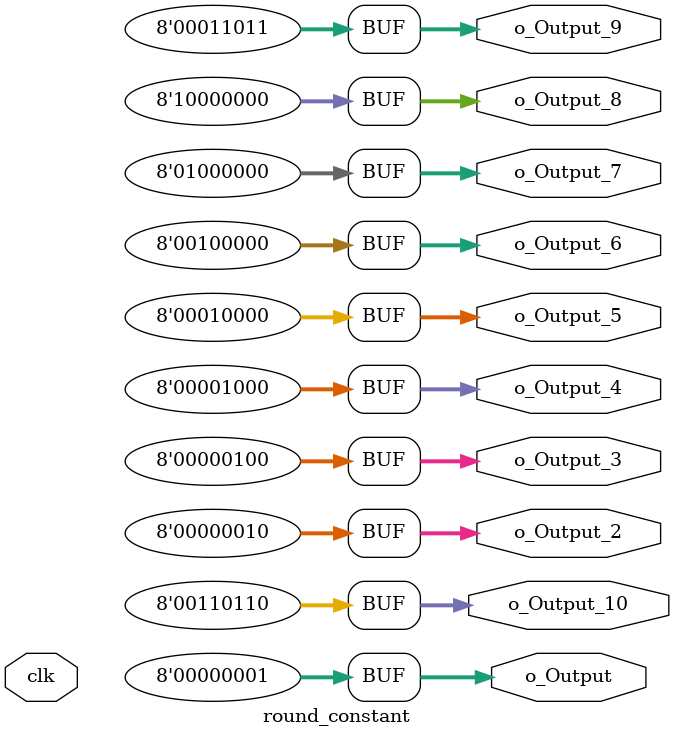
<source format=v>
module round_constant (
    clk,
    o_Output,
    o_Output_2,
    o_Output_3,
    o_Output_4,
    o_Output_5,
    o_Output_6,
    o_Output_7,
    o_Output_8,
    o_Output_9,
    o_Output_10
    );


    input clk;

    output [7:0] o_Output;
    output [7:0] o_Output_2;
    output [7:0] o_Output_3;
    output [7:0] o_Output_4;
    output [7:0] o_Output_5;
    output [7:0] o_Output_6;
    output [7:0] o_Output_7;
    output [7:0] o_Output_8;
    output [7:0] o_Output_9;
    output [7:0] o_Output_10;

    assign	o_Output  = frcon(0);
    assign	o_Output_2 = frcon(1); 
    assign	o_Output_3 = frcon(2);
    assign	o_Output_4 = frcon(3);
    assign	o_Output_5 = frcon(4);
    assign	o_Output_6 = frcon(5);
    assign	o_Output_7 = frcon(6); 
    assign	o_Output_8 = frcon(7);
    assign	o_Output_9 = frcon(8);
    assign	o_Output_10 = frcon(9);		 

    function [7:0] frcon;

        input [3:0]	i;

        case(i)	
            4'h0: frcon=8'h01;		//1
            4'h1: frcon=8'h02;		//x
            4'h2: frcon=8'h04;		//x^2
            4'h3: frcon=8'h08;		//x^3
            4'h4: frcon=8'h10;		//x^4
            4'h5: frcon=8'h20;		//x^5
            4'h6: frcon=8'h40;		//x^6
            4'h7: frcon=8'h80;		//x^7
            4'h8: frcon=8'h1b;		//x^8
            4'h9: frcon=8'h36;		//x^9
            default: frcon=8'h00;
        endcase

    endfunction

endmodule

</source>
